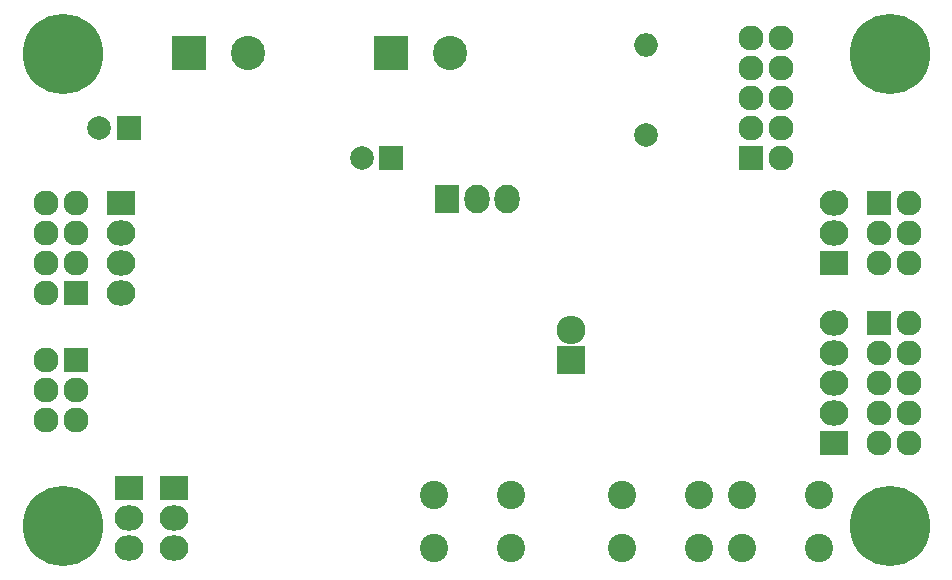
<source format=gbs>
G04 #@! TF.FileFunction,Soldermask,Bot*
%FSLAX46Y46*%
G04 Gerber Fmt 4.6, Leading zero omitted, Abs format (unit mm)*
G04 Created by KiCad (PCBNEW 4.0.7) date Monday, 16 October 2017 'AMt' 00:26:45*
%MOMM*%
%LPD*%
G01*
G04 APERTURE LIST*
%ADD10C,0.100000*%
%ADD11C,6.800000*%
%ADD12C,1.000000*%
%ADD13R,2.127200X2.127200*%
%ADD14O,2.127200X2.127200*%
%ADD15R,2.127200X2.432000*%
%ADD16O,2.127200X2.432000*%
%ADD17R,2.432000X2.432000*%
%ADD18O,2.432000X2.432000*%
%ADD19R,2.432000X2.127200*%
%ADD20O,2.432000X2.127200*%
%ADD21R,2.900000X2.900000*%
%ADD22C,2.900000*%
%ADD23C,2.400000*%
%ADD24C,2.000000*%
%ADD25O,2.000000X2.000000*%
%ADD26R,2.000000X2.000000*%
G04 APERTURE END LIST*
D10*
D11*
X115000000Y-80000000D03*
D12*
X117400000Y-80000000D03*
X116697056Y-81697056D03*
X115000000Y-82400000D03*
X113302944Y-81697056D03*
X112600000Y-80000000D03*
X113302944Y-78302944D03*
X115000000Y-77600000D03*
X116697056Y-78302944D03*
D11*
X115000000Y-120000000D03*
D12*
X117400000Y-120000000D03*
X116697056Y-121697056D03*
X115000000Y-122400000D03*
X113302944Y-121697056D03*
X112600000Y-120000000D03*
X113302944Y-118302944D03*
X115000000Y-117600000D03*
X116697056Y-118302944D03*
D11*
X185000000Y-120000000D03*
D12*
X187400000Y-120000000D03*
X186697056Y-121697056D03*
X185000000Y-122400000D03*
X183302944Y-121697056D03*
X182600000Y-120000000D03*
X183302944Y-118302944D03*
X185000000Y-117600000D03*
X186697056Y-118302944D03*
D13*
X116135000Y-105960000D03*
D14*
X113595000Y-105960000D03*
X116135000Y-108500000D03*
X113595000Y-108500000D03*
X116135000Y-111040000D03*
X113595000Y-111040000D03*
D13*
X173285000Y-88815000D03*
D14*
X175825000Y-88815000D03*
X173285000Y-86275000D03*
X175825000Y-86275000D03*
X173285000Y-83735000D03*
X175825000Y-83735000D03*
X173285000Y-81195000D03*
X175825000Y-81195000D03*
X173285000Y-78655000D03*
X175825000Y-78655000D03*
D15*
X147555000Y-92310000D03*
D16*
X150095000Y-92310000D03*
X152635000Y-92310000D03*
D17*
X158045000Y-105960000D03*
D18*
X158045000Y-103420000D03*
D13*
X184080000Y-92625000D03*
D14*
X186620000Y-92625000D03*
X184080000Y-95165000D03*
X186620000Y-95165000D03*
X184080000Y-97705000D03*
X186620000Y-97705000D03*
D13*
X116135000Y-100245000D03*
D14*
X113595000Y-100245000D03*
X116135000Y-97705000D03*
X113595000Y-97705000D03*
X116135000Y-95165000D03*
X113595000Y-95165000D03*
X116135000Y-92625000D03*
X113595000Y-92625000D03*
D19*
X180270000Y-97705000D03*
D20*
X180270000Y-95165000D03*
X180270000Y-92625000D03*
D19*
X124390000Y-116755000D03*
D20*
X124390000Y-119295000D03*
X124390000Y-121835000D03*
D19*
X120580000Y-116755000D03*
D20*
X120580000Y-119295000D03*
X120580000Y-121835000D03*
D21*
X125660000Y-79925000D03*
D22*
X130660000Y-79925000D03*
D21*
X142805000Y-79925000D03*
D22*
X147805000Y-79925000D03*
D23*
X146465000Y-121890000D03*
X146465000Y-117390000D03*
X152965000Y-121890000D03*
X152965000Y-117390000D03*
X162340000Y-121835000D03*
X162340000Y-117335000D03*
X168840000Y-121835000D03*
X168840000Y-117335000D03*
X172500000Y-121835000D03*
X172500000Y-117335000D03*
X179000000Y-121835000D03*
X179000000Y-117335000D03*
D19*
X119945000Y-92625000D03*
D20*
X119945000Y-95165000D03*
X119945000Y-97705000D03*
X119945000Y-100245000D03*
D13*
X184080000Y-102785000D03*
D14*
X186620000Y-102785000D03*
X184080000Y-105325000D03*
X186620000Y-105325000D03*
X184080000Y-107865000D03*
X186620000Y-107865000D03*
X184080000Y-110405000D03*
X186620000Y-110405000D03*
X184080000Y-112945000D03*
X186620000Y-112945000D03*
D19*
X180270000Y-112945000D03*
D20*
X180270000Y-110405000D03*
X180270000Y-107865000D03*
X180270000Y-105325000D03*
X180270000Y-102785000D03*
D24*
X164395000Y-86910000D03*
D25*
X164395000Y-79290000D03*
D11*
X185000000Y-80000000D03*
D12*
X187400000Y-80000000D03*
X186697056Y-81697056D03*
X185000000Y-82400000D03*
X183302944Y-81697056D03*
X182600000Y-80000000D03*
X183302944Y-78302944D03*
X185000000Y-77600000D03*
X186697056Y-78302944D03*
D26*
X120580000Y-86275000D03*
D24*
X118080000Y-86275000D03*
D26*
X142805000Y-88815000D03*
D24*
X140305000Y-88815000D03*
M02*

</source>
